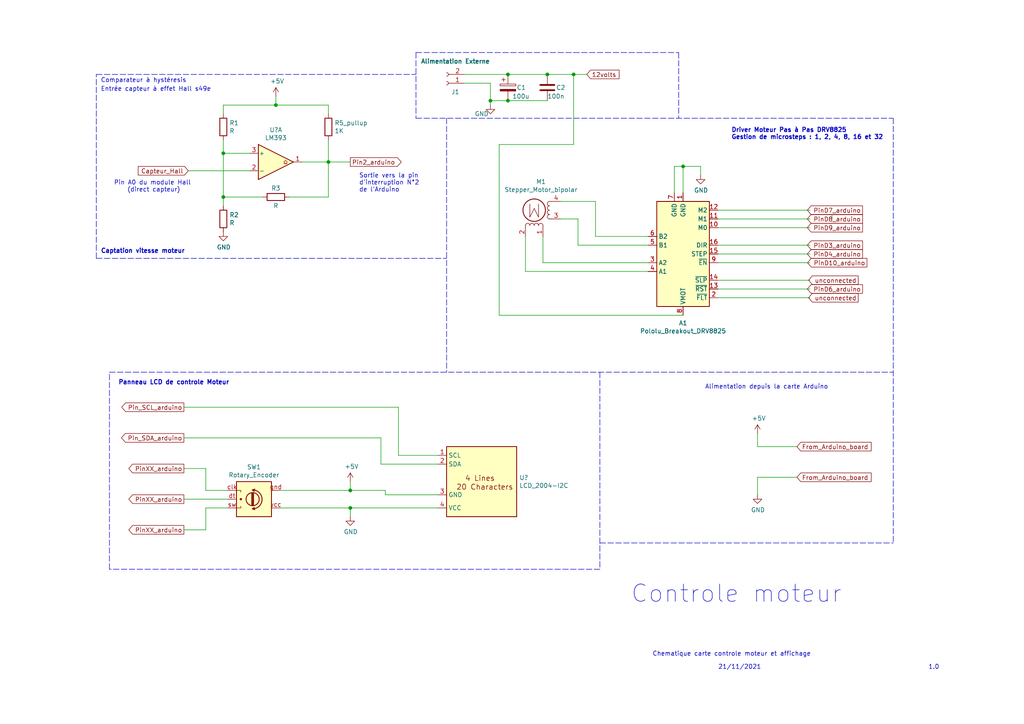
<source format=kicad_sch>
(kicad_sch (version 20211123) (generator eeschema)
  (paper "A4")
  (lib_symbols
    (symbol "Comparator:LM393" (pin_names (offset 0.127))
      (property "Reference" "U" (at 3.81 3.81 0))
      (property "Value" "LM393" (at 6.35 -3.81 0))
      (symbol "LM393_1_1"
        (polyline (pts (xy -5.08 5.08) (xy 5.08 0) (xy -5.08 -5.08) (xy -5.08 5.08)) (stroke (width 0.254)) (fill (type background)))
        (polyline (pts (xy 3.302 -0.508) (xy 2.794 -0.508) (xy 3.302 0) (xy 2.794 0.508) (xy 2.286 0) (xy 2.794 -0.508) (xy 2.286 -0.508)) (stroke (width 0.127)))
        (pin open_collector line (at 7.62 0 180) (length 2.54) (name "~") (number "1"))
        (pin input line (at -7.62 -2.54 0) (length 2.54) (name "-") (number "2"))
        (pin input line (at -7.62 2.54 0) (length 2.54) (name "+") (number "3"))
      )
      (symbol "LM393_2_1"
        (polyline (pts (xy -5.08 5.08) (xy 5.08 0) (xy -5.08 -5.08) (xy -5.08 5.08)) (stroke (width 0.254)) (fill (type background)))
        (polyline (pts (xy 3.302 -0.508) (xy 2.794 -0.508) (xy 3.302 0) (xy 2.794 0.508) (xy 2.286 0) (xy 2.794 -0.508) (xy 2.286 -0.508)) (stroke (width 0.127)))
        (pin input line (at -7.62 2.54 0) (length 2.54) (name "+") (number "5"))
        (pin input line (at -7.62 -2.54 0) (length 2.54) (name "_") (number "6"))
        (pin open_collector line (at 7.62 0 180) (length 2.54) (name "~") (number "7"))
      )
      (symbol "LM393_3_1"
        (pin power_in line (at -2.54 -7.62 90) (length 3.81) (name "V-") (number "4"))
        (pin power_in line (at -2.54 7.62 270) (length 3.81) (name "V+") (number "8"))
      )
    )
    (symbol "Connector:Conn_01x02_Female" (pin_names (offset 1.016) hide)
      (property "Reference" "J" (at 0 2.54 0))
      (property "Value" "Conn_01x02_Female" (at 0 -5.08 0))
      (symbol "Conn_01x02_Female_1_1"
        (arc (start 0 -2.032) (mid -0.508 -2.54) (end 0 -3.048) (stroke (width 0.1524)))
        (polyline (pts (xy -1.27 -2.54) (xy -0.508 -2.54)) (stroke (width 0.1524)))
        (polyline (pts (xy -1.27 0) (xy -0.508 0)) (stroke (width 0.1524)))
        (arc (start 0 0.508) (mid -0.508 0) (end 0 -0.508) (stroke (width 0.1524)))
        (pin passive line (at -5.08 0 0) (length 3.81) (name "Pin_1") (number "1"))
        (pin passive line (at -5.08 -2.54 0) (length 3.81) (name "Pin_2") (number "2"))
      )
    )
    (symbol "Device:C" (pin_numbers hide) (pin_names (offset 0.254))
      (property "Reference" "C" (at 0.635 2.54 0))
      (property "Value" "C" (at 0.635 -2.54 0))
      (symbol "C_0_1"
        (polyline (pts (xy -2.032 -0.762) (xy 2.032 -0.762)) (stroke (width 0.508)))
        (polyline (pts (xy -2.032 0.762) (xy 2.032 0.762)) (stroke (width 0.508)))
      )
      (symbol "C_1_1"
        (pin passive line (at 0 3.81 270) (length 2.794) (name "~") (number "1"))
        (pin passive line (at 0 -3.81 90) (length 2.794) (name "~") (number "2"))
      )
    )
    (symbol "Device:R" (pin_numbers hide) (pin_names (offset 0))
      (property "Reference" "R" (at 2.032 0 90))
      (property "Value" "R" (at 0 0 90))
      (symbol "R_0_1"
        (rectangle (start -1.016 -2.54) (end 1.016 2.54) (stroke (width 0.254)))
      )
      (symbol "R_1_1"
        (pin passive line (at 0 3.81 270) (length 1.27) (name "~") (number "1"))
        (pin passive line (at 0 -3.81 90) (length 1.27) (name "~") (number "2"))
      )
    )
    (symbol "Driver_Motor:Pololu_Breakout_DRV8825"
      (property "Reference" "A" (at -2.54 16.51 0))
      (property "Value" "Pololu_Breakout_DRV8825" (at -2.54 13.97 0))
      (symbol "Pololu_Breakout_DRV8825_0_1"
        (rectangle (start 7.62 -17.78) (end -7.62 12.7) (stroke (width 0.254)) (fill (type background)))
      )
      (symbol "Pololu_Breakout_DRV8825_1_1"
        (pin power_in line (at 0 -20.32 90) (length 2.54) (name "GND") (number "1"))
        (pin input line (at -10.16 -10.16 0) (length 2.54) (name "M0") (number "10"))
        (pin input line (at -10.16 -12.7 0) (length 2.54) (name "M1") (number "11"))
        (pin input line (at -10.16 -15.24 0) (length 2.54) (name "M2") (number "12"))
        (pin input line (at -10.16 7.62 0) (length 2.54) (name "~{RST}") (number "13"))
        (pin input line (at -10.16 5.08 0) (length 2.54) (name "~{SLP}") (number "14"))
        (pin input line (at -10.16 -2.54 0) (length 2.54) (name "STEP") (number "15"))
        (pin input line (at -10.16 -5.08 0) (length 2.54) (name "DIR") (number "16"))
        (pin output line (at -10.16 10.16 0) (length 2.54) (name "~{FLT}") (number "2"))
        (pin output line (at 10.16 0 180) (length 2.54) (name "A2") (number "3"))
        (pin output line (at 10.16 2.54 180) (length 2.54) (name "A1") (number "4"))
        (pin output line (at 10.16 -5.08 180) (length 2.54) (name "B1") (number "5"))
        (pin output line (at 10.16 -7.62 180) (length 2.54) (name "B2") (number "6"))
        (pin power_in line (at 2.54 -20.32 90) (length 2.54) (name "GND") (number "7"))
        (pin power_in line (at 0 15.24 270) (length 2.54) (name "VMOT") (number "8"))
        (pin input line (at -10.16 0 0) (length 2.54) (name "~{EN}") (number "9"))
      )
    )
    (symbol "Motor:Stepper_Motor_bipolar" (pin_names (offset 0) hide)
      (property "Reference" "M" (at 3.81 2.54 0))
      (property "Value" "Stepper_Motor_bipolar" (at 3.81 1.27 0))
      (symbol "Stepper_Motor_bipolar_0_0"
        (polyline (pts (xy -1.27 -1.778) (xy -1.27 2.032) (xy 0 -0.508) (xy 1.27 2.032) (xy 1.27 -1.778)))
      )
      (symbol "Stepper_Motor_bipolar_0_1"
        (arc (start -4.445 -2.54) (mid -3.81 -1.905) (end -4.445 -1.27))
        (arc (start -4.445 -1.27) (mid -3.81 -0.635) (end -4.445 0))
        (arc (start -4.445 0) (mid -3.81 0.635) (end -4.445 1.27))
        (arc (start -4.445 1.27) (mid -3.81 1.905) (end -4.445 2.54))
        (arc (start -2.54 4.445) (mid -1.905 3.81) (end -1.27 4.445))
        (arc (start -1.27 4.445) (mid -0.635 3.81) (end 0 4.445))
        (polyline (pts (xy -5.08 -2.54) (xy -4.445 -2.54)))
        (polyline (pts (xy -5.08 2.54) (xy -4.445 2.54)))
        (polyline (pts (xy -2.54 5.08) (xy -2.54 4.445)))
        (polyline (pts (xy 2.54 5.08) (xy 2.54 4.445)))
        (circle (center 0 0) (radius 3.2512) (stroke (width 0.254)))
        (arc (start 0 4.445) (mid 0.635 3.81) (end 1.27 4.445))
        (arc (start 1.27 4.445) (mid 1.905 3.81) (end 2.54 4.445))
      )
      (symbol "Stepper_Motor_bipolar_1_1"
        (pin passive line (at -2.54 7.62 270) (length 2.54) (name "~") (number "1"))
        (pin passive line (at 2.54 7.62 270) (length 2.54) (name "-") (number "2"))
        (pin passive line (at -7.62 2.54 0) (length 2.54) (name "~") (number "3"))
        (pin passive line (at -7.62 -2.54 0) (length 2.54) (name "~") (number "4"))
      )
    )
    (symbol "power:+5V" (power) (pin_names (offset 0))
      (property "Value" "+5V" (at 0 3.556 0))
      (symbol "+5V_0_1"
        (polyline (pts (xy -0.762 1.27) (xy 0 2.54)))
        (polyline (pts (xy 0 0) (xy 0 2.54)))
        (polyline (pts (xy 0 2.54) (xy 0.762 1.27)))
      )
      (symbol "+5V_1_1"
        (pin power_in line (at 0 0 90) (length 0) hide (name "+5V") (number "1"))
      )
    )
    (symbol "power:GND" (power) (pin_names (offset 0))
      (property "Value" "GND" (at 0 -3.81 0))
      (symbol "GND_0_1"
        (polyline (pts (xy 0 0) (xy 0 -1.27) (xy 1.27 -1.27) (xy 0 -2.54) (xy -1.27 -1.27) (xy 0 -1.27)))
      )
      (symbol "GND_1_1"
        (pin power_in line (at 0 0 270) (length 0) hide (name "GND") (number "1"))
      )
    )
    (symbol "tipe_controle_moteur-rescue:CP-Device" (pin_numbers hide) (pin_names (offset 0.254))
      (property "Reference" "C" (at 0.635 2.54 0))
      (property "Value" "CP-Device" (at 0.635 -2.54 0))
      (symbol "CP-Device_0_1"
        (rectangle (start -2.286 0.508) (end 2.286 1.016))
        (polyline (pts (xy -1.778 2.286) (xy -0.762 2.286)))
        (polyline (pts (xy -1.27 2.794) (xy -1.27 1.778)))
        (rectangle (start 2.286 -0.508) (end -2.286 -1.016) (fill (type outline)))
      )
      (symbol "CP-Device_1_1"
        (pin passive line (at 0 3.81 270) (length 2.794) (name "~") (number "1"))
        (pin passive line (at 0 -3.81 90) (length 2.794) (name "~") (number "2"))
      )
    )
    (symbol "tipe_controle_moteur-rescue:LCD_2004-I2C-Display_Character"
      (property "Reference" "U" (at -8.89 11.43 0))
      (property "Value" "LCD_2004-I2C-Display_Character" (at -6.35 11.43 0))
      (symbol "LCD_2004-I2C-Display_Character_0_0"
        (text "20 Characters" (at -7.366 -1.524 0) (effects (font (size 1.524 1.524)) (justify left)))
        (text "4 Lines" (at -4.826 1.016 0) (effects (font (size 1.524 1.524)) (justify left)))
      )
      (symbol "LCD_2004-I2C-Display_Character_0_1"
        (rectangle (start -10.16 10.16) (end 10.16 -10.16) (stroke (width 0.254)) (fill (type background)))
      )
      (symbol "LCD_2004-I2C-Display_Character_1_1"
        (pin input line (at -12.7 7.62 0) (length 2.54) (name "SCL") (number "1"))
        (pin bidirectional line (at -12.7 5.08 0) (length 2.54) (name "SDA") (number "2"))
        (pin power_in line (at -12.7 -3.81 0) (length 2.54) (name "GND") (number "3"))
        (pin power_in line (at -12.7 -7.62 0) (length 2.54) (name "VCC") (number "4"))
      )
    )
    (symbol "tipe_controle_moteur-rescue:Rotary_Encoder-Device" (pin_names (offset 0.254) hide)
      (property "Reference" "SW" (at 0 6.604 0))
      (property "Value" "Rotary_Encoder-Device" (at 0 -6.604 0))
      (symbol "Rotary_Encoder-Device_0_1"
        (rectangle (start -5.08 5.08) (end 5.08 -5.08) (stroke (width 0.254)) (fill (type background)))
        (circle (center -3.81 0) (radius 0.254) (fill (type outline)))
        (arc (start -0.381 -2.794) (mid 2.3622 -0.0508) (end -0.381 2.667) (stroke (width 0.254)))
        (circle (center -0.381 0) (radius 1.905) (stroke (width 0.254)))
        (polyline (pts (xy -0.635 -1.778) (xy -0.635 1.778)) (stroke (width 0.254)))
        (polyline (pts (xy -0.381 -1.778) (xy -0.381 1.778)) (stroke (width 0.254)))
        (polyline (pts (xy -0.127 1.778) (xy -0.127 -1.778)) (stroke (width 0.254)))
        (polyline (pts (xy -5.08 -2.54) (xy -3.81 -2.54) (xy -3.81 -2.032)))
        (polyline (pts (xy -5.08 2.54) (xy -3.81 2.54) (xy -3.81 2.032)))
        (polyline (pts (xy 0.254 -3.048) (xy -0.508 -2.794) (xy 0.127 -2.413)) (stroke (width 0.254)))
        (polyline (pts (xy 0.254 2.921) (xy -0.508 2.667) (xy 0.127 2.286)) (stroke (width 0.254)))
      )
      (symbol "Rotary_Encoder-Device_1_1"
        (pin passive line (at -7.62 2.54 0) (length 2.54) (name "clk") (number "clk"))
        (pin passive line (at -7.62 0 0) (length 2.54) (name "data") (number "dt"))
        (pin power_in line (at 7.62 2.54 180) (length 2.54) (name "gnd") (number "gnd"))
        (pin passive line (at -7.62 -2.54 0) (length 2.54) (name "sw") (number "sw"))
        (pin power_in line (at 7.62 -2.54 180) (length 2.54) (name "vcc") (number "vcc"))
      )
    )
  )
  (junction (at 147.32 29.21))
  (junction (at 95.25 46.99))
  (junction (at 158.75 21.59))
  (junction (at 64.77 57.15))
  (junction (at 142.24 29.21))
  (junction (at 198.12 48.26))
  (junction (at 147.32 21.59))
  (junction (at 64.77 44.45))
  (junction (at 101.6 147.32))
  (junction (at 166.37 21.59))
  (junction (at 80.01 30.48))
  (junction (at 101.6 142.24))
  (wire (pts (xy 144.78 41.91) (xy 144.78 91.44)))
  (wire (pts (xy 64.77 44.45) (xy 64.77 57.15)))
  (wire (pts (xy 64.77 30.48) (xy 80.01 30.48)))
  (wire (pts (xy 59.69 142.24) (xy 66.04 142.24)))
  (wire (pts (xy 166.37 41.91) (xy 166.37 21.59)))
  (wire (pts (xy 101.6 142.24) (xy 111.76 142.24)))
  (wire (pts (xy 203.2 50.8) (xy 203.2 48.26)))
  (wire (pts (xy 198.12 48.26) (xy 195.58 48.26)))
  (wire (pts (xy 115.57 132.08) (xy 127 132.08)))
  (wire (pts (xy 157.48 68.58) (xy 157.48 76.2)))
  (wire (pts (xy 219.71 138.43) (xy 231.14 138.43)))
  (wire (pts (xy 81.28 147.32) (xy 101.6 147.32)))
  (wire (pts (xy 80.01 30.48) (xy 95.25 30.48)))
  (wire (pts (xy 152.4 78.74) (xy 187.96 78.74)))
  (wire (pts (xy 144.78 41.91) (xy 166.37 41.91)))
  (polyline (pts (xy 120.65 15.24) (xy 120.65 34.29)))
  (polyline (pts (xy 166.37 15.24) (xy 196.85 15.24)))
  (wire (pts (xy 147.32 29.21) (xy 158.75 29.21)))
  (wire (pts (xy 64.77 57.15) (xy 64.77 59.69)))
  (wire (pts (xy 203.2 48.26) (xy 198.12 48.26)))
  (wire (pts (xy 101.6 147.32) (xy 127 147.32)))
  (polyline (pts (xy 27.94 74.93) (xy 129.54 74.93)))
  (wire (pts (xy 110.49 127) (xy 53.34 127)))
  (wire (pts (xy 208.28 60.96) (xy 234.95 60.96)))
  (wire (pts (xy 241.3 62.23) (xy 241.3 63.5)))
  (wire (pts (xy 172.72 68.58) (xy 187.96 68.58)))
  (wire (pts (xy 110.49 134.62) (xy 110.49 127)))
  (wire (pts (xy 59.69 135.89) (xy 59.69 142.24)))
  (wire (pts (xy 95.25 30.48) (xy 95.25 33.02)))
  (polyline (pts (xy 120.65 15.24) (xy 166.37 15.24)))
  (wire (pts (xy 134.62 24.13) (xy 142.24 24.13)))
  (wire (pts (xy 208.28 66.04) (xy 234.95 66.04)))
  (wire (pts (xy 95.25 46.99) (xy 101.6 46.99)))
  (polyline (pts (xy 27.94 74.93) (xy 27.94 21.59)))
  (wire (pts (xy 59.69 153.67) (xy 59.69 147.32)))
  (wire (pts (xy 127 134.62) (xy 110.49 134.62)))
  (wire (pts (xy 95.25 46.99) (xy 87.63 46.99)))
  (wire (pts (xy 53.34 153.67) (xy 59.69 153.67)))
  (polyline (pts (xy 259.08 34.29) (xy 259.08 157.48)))
  (wire (pts (xy 144.78 91.44) (xy 198.12 91.44)))
  (wire (pts (xy 219.71 143.51) (xy 219.71 138.43)))
  (wire (pts (xy 95.25 46.99) (xy 95.25 40.64)))
  (wire (pts (xy 111.76 143.51) (xy 127 143.51)))
  (wire (pts (xy 142.24 24.13) (xy 142.24 29.21)))
  (wire (pts (xy 64.77 33.02) (xy 64.77 30.48)))
  (polyline (pts (xy 129.54 34.29) (xy 129.54 107.95)))
  (polyline (pts (xy 31.75 107.95) (xy 259.08 107.95)))
  (polyline (pts (xy 173.99 165.1) (xy 31.75 165.1)))
  (wire (pts (xy 208.28 76.2) (xy 234.95 76.2)))
  (wire (pts (xy 53.34 135.89) (xy 59.69 135.89)))
  (wire (pts (xy 95.25 57.15) (xy 95.25 46.99)))
  (wire (pts (xy 147.32 29.21) (xy 142.24 29.21)))
  (wire (pts (xy 158.75 21.59) (xy 166.37 21.59)))
  (wire (pts (xy 172.72 58.42) (xy 172.72 68.58)))
  (polyline (pts (xy 173.99 157.48) (xy 259.08 157.48)))
  (polyline (pts (xy 31.75 165.1) (xy 31.75 107.95)))
  (wire (pts (xy 66.04 144.78) (xy 53.34 144.78)))
  (wire (pts (xy 111.76 142.24) (xy 111.76 143.51)))
  (wire (pts (xy 208.28 71.12) (xy 234.95 71.12)))
  (wire (pts (xy 167.64 63.5) (xy 167.64 71.12)))
  (wire (pts (xy 198.12 48.26) (xy 198.12 55.88)))
  (wire (pts (xy 64.77 44.45) (xy 72.39 44.45)))
  (wire (pts (xy 219.71 125.73) (xy 219.71 129.54)))
  (polyline (pts (xy 120.65 34.29) (xy 259.08 34.29)))
  (wire (pts (xy 219.71 129.54) (xy 231.14 129.54)))
  (wire (pts (xy 101.6 139.7) (xy 101.6 142.24)))
  (wire (pts (xy 142.24 29.21) (xy 142.24 30.48)))
  (wire (pts (xy 208.28 81.28) (xy 234.95 81.28)))
  (wire (pts (xy 147.32 21.59) (xy 158.75 21.59)))
  (polyline (pts (xy 196.85 15.24) (xy 196.85 34.29)))
  (wire (pts (xy 101.6 149.86) (xy 101.6 147.32)))
  (wire (pts (xy 208.28 63.5) (xy 234.95 63.5)))
  (wire (pts (xy 83.82 57.15) (xy 95.25 57.15)))
  (wire (pts (xy 64.77 57.15) (xy 76.2 57.15)))
  (wire (pts (xy 72.39 49.53) (xy 54.61 49.53)))
  (wire (pts (xy 162.56 58.42) (xy 172.72 58.42)))
  (wire (pts (xy 208.28 86.36) (xy 234.95 86.36)))
  (wire (pts (xy 81.28 142.24) (xy 101.6 142.24)))
  (wire (pts (xy 152.4 68.58) (xy 152.4 78.74)))
  (wire (pts (xy 167.64 63.5) (xy 162.56 63.5)))
  (wire (pts (xy 59.69 147.32) (xy 66.04 147.32)))
  (wire (pts (xy 134.62 21.59) (xy 147.32 21.59)))
  (wire (pts (xy 80.01 30.48) (xy 80.01 27.94)))
  (wire (pts (xy 166.37 21.59) (xy 170.18 21.59)))
  (wire (pts (xy 53.34 118.11) (xy 115.57 118.11)))
  (wire (pts (xy 64.77 40.64) (xy 64.77 44.45)))
  (wire (pts (xy 157.48 76.2) (xy 187.96 76.2)))
  (wire (pts (xy 208.28 73.66) (xy 234.95 73.66)))
  (wire (pts (xy 167.64 71.12) (xy 187.96 71.12)))
  (wire (pts (xy 208.28 83.82) (xy 234.95 83.82)))
  (wire (pts (xy 115.57 118.11) (xy 115.57 132.08)))
  (polyline (pts (xy 173.99 107.95) (xy 173.99 165.1)))
  (polyline (pts (xy 27.94 21.59) (xy 120.65 21.59)))
  (wire (pts (xy 195.58 48.26) (xy 195.58 55.88)))
  (text "Captation vitesse moteur" (at 29.21 73.66 0) (effects (font (size 1.27 1.27) (thickness 0.254) bold) (justify left bottom)))
  (text "Pin A0 du module Hall\n    (direct capteur)" (at 33.02 55.88 0) (effects (font (size 1.27 1.27)) (justify left bottom)))
  (text "Driver Moteur Pas à Pas DRV8825\nGestion de microsteps : 1, 2, 4, 8, 16 et 32" (at 212.09 40.64 0) (effects (font (size 1.27 1.27) (thickness 0.254) bold) (justify left bottom)))
  (text "Sortie vers la pin \nd'interruption N°2\nde l'Arduino" (at 104.14 55.88 0) (effects (font (size 1.27 1.27)) (justify left bottom)))
  (text "Comparateur à hystéresis" (at 29.21 24.13 0) (effects (font (size 1.27 1.27)) (justify left bottom)))
  (text "Alimentation depuis la carte Arduino" (at 204.47 113.03 0) (effects (font (size 1.27 1.27)) (justify left bottom)))
  (text "Controle moteur" (at 182.88 175.26 0) (effects (font (size 5.0038 5.0038)) (justify left bottom)))
  (text "Panneau LCD de controle Moteur" (at 34.29 111.76 0) (effects (font (size 1.27 1.27) (thickness 0.254) bold) (justify left bottom)))
  (text "21/11/2021" (at 208.28 194.31 0) (effects (font (size 1.27 1.27)) (justify left bottom)))
  (text "Entrée capteur à effet Hall s49e" (at 29.21 26.67 0) (effects (font (size 1.27 1.27)) (justify left bottom)))
  (text "1.0" (at 269.24 194.31 0) (effects (font (size 1.27 1.27)) (justify left bottom)))
  (text "Chematique carte controle moteur et affichage" (at 189.23 190.5 0) (effects (font (size 1.27 1.27)) (justify left bottom)))
  (global_label "12volts" (shape input) (at 170.18 21.59 0) (property "Intersheet References" "${INTERSHEET_REFS}" (effects hide)))
  (global_label "PinD4_arduino" (shape output) (at 250.19 73.66 180) (property "Intersheet References" "${INTERSHEET_REFS}" (effects hide)))
  (global_label "PinXX_arduino" (shape output) (at 53.34 144.78 180) (property "Intersheet References" "${INTERSHEET_REFS}" (effects hide)))
  (global_label "PinXX_arduino" (shape output) (at 53.34 153.67 180) (property "Intersheet References" "${INTERSHEET_REFS}" (effects hide)))
  (global_label "PinD8_arduino" (shape output) (at 250.19 63.5 180) (property "Intersheet References" "${INTERSHEET_REFS}" (effects hide)))
  (global_label "Pin2_arduino" (shape output) (at 101.6 46.99 0) (property "Intersheet References" "${INTERSHEET_REFS}" (effects hide)))
  (global_label "PinD9_arduino" (shape output) (at 250.19 66.04 180) (property "Intersheet References" "${INTERSHEET_REFS}" (effects hide)))
  (global_label "PinD3_arduino" (shape output) (at 250.19 71.12 180) (property "Intersheet References" "${INTERSHEET_REFS}" (effects hide)))
  (global_label "Capteur_Hall" (shape input) (at 54.61 49.53 180) (property "Intersheet References" "${INTERSHEET_REFS}" (effects hide)))
  (global_label "unconnected" (shape output) (at 248.92 86.36 180) (property "Intersheet References" "${INTERSHEET_REFS}" (effects hide)))
  (global_label "unconnected" (shape output) (at 248.92 81.28 180) (property "Intersheet References" "${INTERSHEET_REFS}" (effects hide)))
  (global_label "From_Arduino_board" (shape input) (at 231.14 129.54 0) (property "Intersheet References" "${INTERSHEET_REFS}" (effects hide)))
  (global_label "Pin_SDA_arduino" (shape output) (at 53.34 127 180) (property "Intersheet References" "${INTERSHEET_REFS}" (effects hide)))
  (global_label "PinD7_arduino" (shape output) (at 250.19 60.96 180) (property "Intersheet References" "${INTERSHEET_REFS}" (effects hide)))
  (global_label "From_Arduino_board" (shape input) (at 231.14 138.43 0) (property "Intersheet References" "${INTERSHEET_REFS}" (effects hide)))
  (global_label "Pin_SCL_arduino" (shape output) (at 53.34 118.11 180) (property "Intersheet References" "${INTERSHEET_REFS}" (effects hide)))
  (global_label "PinD10_arduino" (shape output) (at 251.46 76.2 180) (property "Intersheet References" "${INTERSHEET_REFS}" (effects hide)))
  (global_label "PinXX_arduino" (shape output) (at 53.34 135.89 180) (property "Intersheet References" "${INTERSHEET_REFS}" (effects hide)))
  (global_label "PinD6_arduino" (shape output) (at 250.19 83.82 180) (property "Intersheet References" "${INTERSHEET_REFS}" (effects hide)))
  (symbol (lib_id "Comparator:LM393") (at 80.01 46.99 0) (unit 1)
    (property "Reference" "U?" (at 80.01 37.6682 0))
    (property "Value" "LM393" (at 80.01 39.9796 0))
    (property "Datasheet" "http://www.ti.com/lit/ds/symlink/lm393.pdf" (effects hide))
  )
  (symbol (lib_id "Device:R") (at 95.25 36.83 0) (unit 1)
    (property "Reference" "R5_pullup" (at 97.028 35.6616 0) (effects (justify left)))
    (property "Value" "1K" (at 97.028 37.973 0) (effects (justify left)))
  )
  (symbol (lib_id "Device:R") (at 64.77 36.83 0) (unit 1)
    (property "Reference" "R1" (at 66.548 35.6616 0) (effects (justify left)))
    (property "Value" "R" (at 66.548 37.973 0) (effects (justify left)))
  )
  (symbol (lib_id "Device:R") (at 64.77 63.5 0) (unit 1)
    (property "Reference" "R2" (at 66.548 62.3316 0) (effects (justify left)))
    (property "Value" "R" (at 66.548 64.643 0) (effects (justify left)))
  )
  (symbol (lib_id "Device:R") (at 80.01 57.15 270) (unit 1)
    (property "Reference" "R3" (at 80.01 54.61 90))
    (property "Value" "R" (at 80.01 59.69 90))
  )
  (symbol (lib_id "power:+5V") (at 80.01 27.94 0) (unit 1)
    (property "Reference" "#PWR?" (effects hide))
    (property "Value" "+5V" (at 80.391 23.5458 0))
  )
  (symbol (lib_id "power:GND") (at 64.77 67.31 0) (unit 1)
    (property "Reference" "#PWR?" (effects hide))
    (property "Value" "GND" (at 64.897 71.7042 0))
  )
  (symbol (lib_id "Driver_Motor:Pololu_Breakout_DRV8825") (at 198.12 76.2 180) (unit 1)
    (property "Reference" "A1" (at 198.12 93.7006 0))
    (property "Value" "Pololu_Breakout_DRV8825" (at 198.12 96.012 0))
    (property "Footprint" "Module:Pololu_Breakout-16_15.2x20.3mm" (effects hide))
    (property "Datasheet" "https://www.pololu.com/product/2982" (effects hide))
  )
  (symbol (lib_id "Motor:Stepper_Motor_bipolar") (at 154.94 60.96 180) (unit 1)
    (property "Reference" "M1" (at 156.9212 52.705 0))
    (property "Value" "Stepper_Motor_bipolar" (at 156.9212 55.0164 0))
    (property "Datasheet" "http://www.infineon.com/dgdl/Application-Note-TLE8110EE_driving_UniPolarStepperMotor_V1.1.pdf?fileId=db3a30431be39b97011be5d0aa0a00b0" (effects hide))
  )
  (symbol (lib_id "power:GND") (at 203.2 50.8 0) (unit 1)
    (property "Reference" "#PWR?" (effects hide))
    (property "Value" "GND" (at 203.327 55.1942 0))
  )
  (symbol (lib_id "power:GND") (at 142.24 30.48 0) (unit 1)
    (property "Reference" "#PWR?" (effects hide))
    (property "Value" "GND" (at 139.7 33.02 0))
  )
  (symbol (lib_id "Connector:Conn_01x02_Female") (at 129.54 24.13 180) (unit 1)
    (property "Reference" "J1" (at 132.08 26.67 0))
    (property "Value" "Alimentation Externe" (at 132.08 17.78 0) (effects (font bold)))
  )
  (symbol (lib_id "tipe_controle_moteur-rescue:CP-Device") (at 147.32 25.4 0) (unit 1)
    (property "Reference" "C1" (at 149.86 25.4 0) (effects (justify left)))
    (property "Value" "100u" (at 148.59 27.94 0) (effects (justify left)))
  )
  (symbol (lib_id "tipe_controle_moteur-rescue:LCD_2004-I2C-Display_Character") (at 139.7 139.7 0) (unit 1)
    (property "Reference" "U?" (at 150.622 138.5316 0) (effects (justify left)))
    (property "Value" "LCD_2004-I2C" (at 150.622 140.843 0) (effects (justify left)))
    (property "Footprint" "Display:LCD1602-I2C" (effects hide))
    (property "Datasheet" "http://www.lcd-module.de/pdf/doma/t123-i2c.pdf" (effects hide))
  )
  (symbol (lib_id "tipe_controle_moteur-rescue:Rotary_Encoder-Device") (at 73.66 144.78 0) (unit 1)
    (property "Reference" "SW1" (at 73.66 135.4582 0))
    (property "Value" "Rotary_Encoder" (at 73.66 137.7696 0))
  )
  (symbol (lib_id "power:GND") (at 101.6 149.86 0) (unit 1)
    (property "Reference" "#PWR?" (effects hide))
    (property "Value" "GND" (at 101.727 154.2542 0))
  )
  (symbol (lib_id "power:+5V") (at 101.6 139.7 0) (unit 1)
    (property "Reference" "#PWR?" (effects hide))
    (property "Value" "+5V" (at 101.981 135.3058 0))
  )
  (symbol (lib_id "power:+5V") (at 219.71 125.73 0) (unit 1)
    (property "Reference" "#PWR?" (effects hide))
    (property "Value" "+5V" (at 220.091 121.3358 0))
  )
  (symbol (lib_id "power:GND") (at 219.71 143.51 0) (unit 1)
    (property "Reference" "#PWR?" (effects hide))
    (property "Value" "GND" (at 219.837 147.9042 0))
  )
  (symbol (lib_id "Device:C") (at 158.75 25.4 0) (unit 1)
    (property "Reference" "C2" (at 161.29 25.4 0) (effects (justify left)))
    (property "Value" "100n" (at 158.75 27.94 0) (effects (justify left)))
  )
)
</source>
